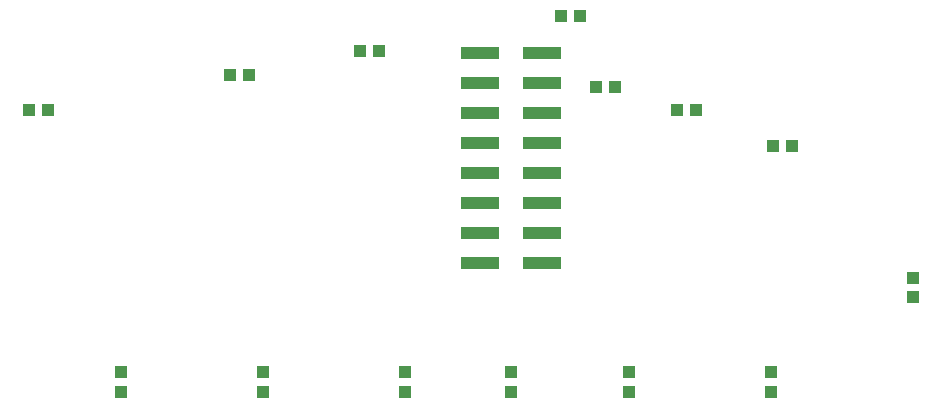
<source format=gtp>
G04*
G04 #@! TF.GenerationSoftware,Altium Limited,Altium Designer,20.2.6 (244)*
G04*
G04 Layer_Color=8421504*
%FSLAX25Y25*%
%MOIN*%
G70*
G04*
G04 #@! TF.SameCoordinates,EAF40AD8-45E7-421E-9E40-196F19150C0C*
G04*
G04*
G04 #@! TF.FilePolarity,Positive*
G04*
G01*
G75*
%ADD13R,0.04469X0.04182*%
%ADD14R,0.04182X0.04469*%
%ADD15R,0.12500X0.04488*%
D13*
X421987Y287402D02*
D03*
X428407D02*
D03*
X389764Y299213D02*
D03*
X396184D02*
D03*
X362931Y307087D02*
D03*
X369352D02*
D03*
X290612Y318898D02*
D03*
X284191D02*
D03*
X247305Y311024D02*
D03*
X240884D02*
D03*
X180376Y299213D02*
D03*
X173955D02*
D03*
X357541Y330709D02*
D03*
X351120D02*
D03*
D14*
X204724Y211872D02*
D03*
Y205451D02*
D03*
X299213Y211872D02*
D03*
Y205451D02*
D03*
X334646Y211872D02*
D03*
Y205451D02*
D03*
X251969Y211872D02*
D03*
Y205451D02*
D03*
X374016Y211872D02*
D03*
Y205451D02*
D03*
X421260Y211872D02*
D03*
Y205451D02*
D03*
X468504Y243368D02*
D03*
Y236947D02*
D03*
D15*
X344892Y248465D02*
D03*
X324400D02*
D03*
X344892Y258465D02*
D03*
X324400D02*
D03*
X344892Y268465D02*
D03*
X324400D02*
D03*
X344892Y278465D02*
D03*
X324400D02*
D03*
X344892Y288465D02*
D03*
X324400D02*
D03*
X344892Y298465D02*
D03*
X324400D02*
D03*
X344892Y308465D02*
D03*
X324400D02*
D03*
X344892Y318465D02*
D03*
X324400D02*
D03*
M02*

</source>
